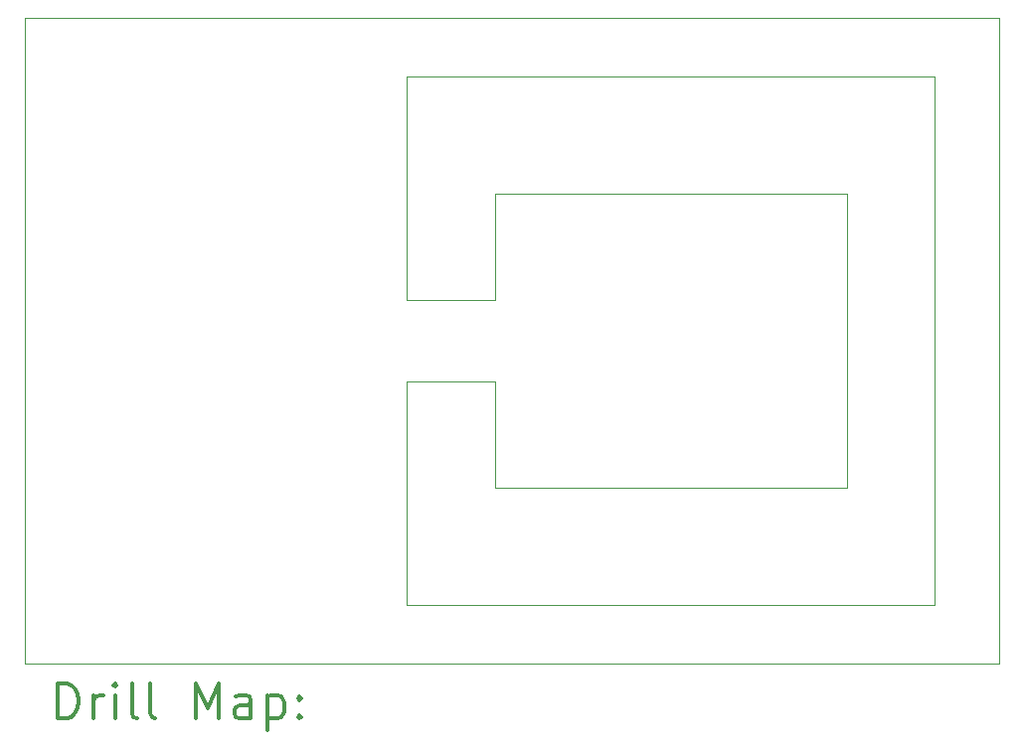
<source format=gbr>
%FSLAX45Y45*%
G04 Gerber Fmt 4.5, Leading zero omitted, Abs format (unit mm)*
G04 Created by KiCad (PCBNEW (5.1.2)-2) date 2023-05-11 10:57:44*
%MOMM*%
%LPD*%
G04 APERTURE LIST*
%ADD10C,0.100000*%
%ADD11C,0.200000*%
%ADD12C,0.300000*%
G04 APERTURE END LIST*
D10*
X12255000Y-9600000D02*
X11505000Y-9600000D01*
X12255000Y-8700000D02*
X12255000Y-9600000D01*
X15255000Y-8700000D02*
X12255000Y-8700000D01*
X15255000Y-11200000D02*
X15255000Y-8700000D01*
X12255000Y-11200000D02*
X15255000Y-11200000D01*
X12255000Y-10300000D02*
X12255000Y-11200000D01*
X11505000Y-10300000D02*
X12255000Y-10300000D01*
X11505000Y-12200000D02*
X11505000Y-10300000D01*
X16005000Y-12200000D02*
X11505000Y-12200000D01*
X16005000Y-7700000D02*
X16005000Y-12200000D01*
X11505000Y-7700000D02*
X16005000Y-7700000D01*
X11505000Y-9600000D02*
X11505000Y-7700000D01*
X16555000Y-12700000D02*
X8255000Y-12700000D01*
X16555000Y-7200000D02*
X16555000Y-12700000D01*
X8255000Y-7200000D02*
X16555000Y-7200000D01*
X8255000Y-12700000D02*
X8255000Y-7200000D01*
D11*
D12*
X8536428Y-13170714D02*
X8536428Y-12870714D01*
X8607857Y-12870714D01*
X8650714Y-12885000D01*
X8679286Y-12913571D01*
X8693571Y-12942143D01*
X8707857Y-12999286D01*
X8707857Y-13042143D01*
X8693571Y-13099286D01*
X8679286Y-13127857D01*
X8650714Y-13156429D01*
X8607857Y-13170714D01*
X8536428Y-13170714D01*
X8836428Y-13170714D02*
X8836428Y-12970714D01*
X8836428Y-13027857D02*
X8850714Y-12999286D01*
X8865000Y-12985000D01*
X8893571Y-12970714D01*
X8922143Y-12970714D01*
X9022143Y-13170714D02*
X9022143Y-12970714D01*
X9022143Y-12870714D02*
X9007857Y-12885000D01*
X9022143Y-12899286D01*
X9036428Y-12885000D01*
X9022143Y-12870714D01*
X9022143Y-12899286D01*
X9207857Y-13170714D02*
X9179286Y-13156429D01*
X9165000Y-13127857D01*
X9165000Y-12870714D01*
X9365000Y-13170714D02*
X9336428Y-13156429D01*
X9322143Y-13127857D01*
X9322143Y-12870714D01*
X9707857Y-13170714D02*
X9707857Y-12870714D01*
X9807857Y-13085000D01*
X9907857Y-12870714D01*
X9907857Y-13170714D01*
X10179286Y-13170714D02*
X10179286Y-13013571D01*
X10165000Y-12985000D01*
X10136428Y-12970714D01*
X10079286Y-12970714D01*
X10050714Y-12985000D01*
X10179286Y-13156429D02*
X10150714Y-13170714D01*
X10079286Y-13170714D01*
X10050714Y-13156429D01*
X10036428Y-13127857D01*
X10036428Y-13099286D01*
X10050714Y-13070714D01*
X10079286Y-13056429D01*
X10150714Y-13056429D01*
X10179286Y-13042143D01*
X10322143Y-12970714D02*
X10322143Y-13270714D01*
X10322143Y-12985000D02*
X10350714Y-12970714D01*
X10407857Y-12970714D01*
X10436428Y-12985000D01*
X10450714Y-12999286D01*
X10465000Y-13027857D01*
X10465000Y-13113571D01*
X10450714Y-13142143D01*
X10436428Y-13156429D01*
X10407857Y-13170714D01*
X10350714Y-13170714D01*
X10322143Y-13156429D01*
X10593571Y-13142143D02*
X10607857Y-13156429D01*
X10593571Y-13170714D01*
X10579286Y-13156429D01*
X10593571Y-13142143D01*
X10593571Y-13170714D01*
X10593571Y-12985000D02*
X10607857Y-12999286D01*
X10593571Y-13013571D01*
X10579286Y-12999286D01*
X10593571Y-12985000D01*
X10593571Y-13013571D01*
M02*

</source>
